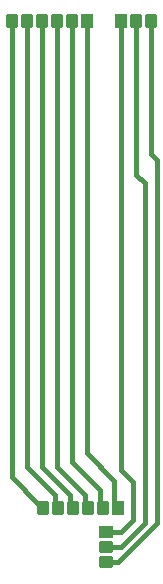
<source format=gbr>
%TF.GenerationSoftware,Altium Limited,Altium Designer,21.2.2 (38)*%
G04 Layer_Physical_Order=1*
G04 Layer_Color=255*
%FSLAX45Y45*%
%MOMM*%
%TF.SameCoordinates,97337FA2-2587-4777-A85E-210607466B5F*%
%TF.FilePolarity,Positive*%
%TF.FileFunction,Copper,L1,Top,Signal*%
%TF.Part,Single*%
G01*
G75*
%TA.AperFunction,Conductor*%
%ADD10C,0.40000*%
%TA.AperFunction,ComponentPad*%
G04:AMPARAMS|DCode=11|XSize=1.2mm|YSize=1.1mm|CornerRadius=0.275mm|HoleSize=0mm|Usage=FLASHONLY|Rotation=90.000|XOffset=0mm|YOffset=0mm|HoleType=Round|Shape=RoundedRectangle|*
%AMROUNDEDRECTD11*
21,1,1.20000,0.55000,0,0,90.0*
21,1,0.65000,1.10000,0,0,90.0*
1,1,0.55000,0.27500,0.32500*
1,1,0.55000,0.27500,-0.32500*
1,1,0.55000,-0.27500,-0.32500*
1,1,0.55000,-0.27500,0.32500*
%
%ADD11ROUNDEDRECTD11*%
%ADD12R,1.10000X1.20000*%
G04:AMPARAMS|DCode=13|XSize=1.2mm|YSize=1.1mm|CornerRadius=0.275mm|HoleSize=0mm|Usage=FLASHONLY|Rotation=0.000|XOffset=0mm|YOffset=0mm|HoleType=Round|Shape=RoundedRectangle|*
%AMROUNDEDRECTD13*
21,1,1.20000,0.55000,0,0,0.0*
21,1,0.65000,1.10000,0,0,0.0*
1,1,0.55000,0.32500,-0.27500*
1,1,0.55000,-0.32500,-0.27500*
1,1,0.55000,-0.32500,0.27500*
1,1,0.55000,0.32500,0.27500*
%
%ADD13ROUNDEDRECTD13*%
%ADD14R,1.20000X1.10000*%
D10*
X475000Y1100000D02*
Y4875000D01*
X711630Y780370D02*
Y863370D01*
X475000Y1100000D02*
X711630Y863370D01*
X602000Y1098000D02*
Y4875000D01*
X838630Y780370D02*
Y861370D01*
X602000Y1098000D02*
X838630Y861370D01*
X729000Y1096000D02*
Y4875000D01*
X965630Y780370D02*
Y859370D01*
X729000Y1096000D02*
X965630Y859370D01*
X856000Y1144000D02*
Y4875000D01*
X1092630Y780370D02*
Y907370D01*
X856000Y1144000D02*
X1092630Y907370D01*
X1215000Y785000D02*
Y985000D01*
X983000Y1217000D02*
Y4875000D01*
Y1217000D02*
X1215000Y985000D01*
X1527000Y3748001D02*
Y4875000D01*
X1575000Y625000D02*
Y3700001D01*
X1527000Y3748001D02*
X1575000Y3700001D01*
X1400000Y3575000D02*
X1475000Y3500000D01*
X1400000Y3575000D02*
Y4875000D01*
X1475000Y625000D02*
Y3500000D01*
X1273000Y1077000D02*
Y4875000D01*
X1375000Y650000D02*
Y975000D01*
X1273000Y1077000D02*
X1375000Y975000D01*
X1272000Y547000D02*
X1375000Y650000D01*
X1270000Y420000D02*
X1475000Y625000D01*
X1245569Y295569D02*
X1575000Y625000D01*
X1149000Y547000D02*
X1272000D01*
X1149000Y420000D02*
X1270000D01*
X1151568Y295569D02*
X1245569D01*
X1149000Y293000D02*
X1151568Y295569D01*
X1215000Y785000D02*
X1250000Y750000D01*
X1092630Y780370D02*
X1123000Y750000D01*
X965630Y780370D02*
X996000Y750000D01*
X838630Y780370D02*
X869000Y750000D01*
X711630Y780370D02*
X742000Y750000D01*
X348000Y1017000D02*
X575000Y790000D01*
X348000Y1017000D02*
Y4875000D01*
X615000Y750000D02*
Y750941D01*
X575941Y790000D02*
X615000Y750941D01*
X575000Y790000D02*
X575941D01*
D11*
X1527000Y4875000D02*
D03*
X1400000D02*
D03*
X475000D02*
D03*
X348000D02*
D03*
X729000D02*
D03*
X602000D02*
D03*
X856000D02*
D03*
X742000Y750000D02*
D03*
X615000D02*
D03*
X996000D02*
D03*
X869000D02*
D03*
X1123000D02*
D03*
D12*
X1273000Y4875000D02*
D03*
X983000D02*
D03*
X1250000Y750000D02*
D03*
D13*
X1149000Y293000D02*
D03*
Y420000D02*
D03*
D14*
Y547000D02*
D03*
%TF.MD5,5f8fe71ce9ec691459bf912569063cd4*%
M02*

</source>
